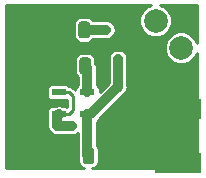
<source format=gbl>
G04 #@! TF.GenerationSoftware,KiCad,Pcbnew,5.0.2-bee76a0~70~ubuntu18.04.1*
G04 #@! TF.CreationDate,2019-03-08T02:12:37-05:00*
G04 #@! TF.ProjectId,LO1,4c4f312e-6b69-4636-9164-5f7063625858,rev?*
G04 #@! TF.SameCoordinates,Original*
G04 #@! TF.FileFunction,Copper,L2,Bot*
G04 #@! TF.FilePolarity,Positive*
%FSLAX46Y46*%
G04 Gerber Fmt 4.6, Leading zero omitted, Abs format (unit mm)*
G04 Created by KiCad (PCBNEW 5.0.2-bee76a0~70~ubuntu18.04.1) date Fri 08 Mar 2019 02:12:37 AM EST*
%MOMM*%
%LPD*%
G01*
G04 APERTURE LIST*
G04 #@! TA.AperFunction,Conductor*
%ADD10C,0.100000*%
G04 #@! TD*
G04 #@! TA.AperFunction,SMDPad,CuDef*
%ADD11C,0.975000*%
G04 #@! TD*
G04 #@! TA.AperFunction,ComponentPad*
%ADD12C,1.998980*%
G04 #@! TD*
G04 #@! TA.AperFunction,SMDPad,CuDef*
%ADD13R,4.000000X1.800000*%
G04 #@! TD*
G04 #@! TA.AperFunction,SMDPad,CuDef*
%ADD14R,1.270000X0.558800*%
G04 #@! TD*
G04 #@! TA.AperFunction,ViaPad*
%ADD15C,0.685800*%
G04 #@! TD*
G04 #@! TA.AperFunction,Conductor*
%ADD16C,0.254000*%
G04 #@! TD*
G04 #@! TA.AperFunction,Conductor*
%ADD17C,0.812800*%
G04 #@! TD*
G04 APERTURE END LIST*
D10*
G04 #@! TO.N,VDD*
G04 #@! TO.C,C1*
G36*
X135825142Y-64833174D02*
X135848803Y-64836684D01*
X135872007Y-64842496D01*
X135894529Y-64850554D01*
X135916153Y-64860782D01*
X135936670Y-64873079D01*
X135955883Y-64887329D01*
X135973607Y-64903393D01*
X135989671Y-64921117D01*
X136003921Y-64940330D01*
X136016218Y-64960847D01*
X136026446Y-64982471D01*
X136034504Y-65004993D01*
X136040316Y-65028197D01*
X136043826Y-65051858D01*
X136045000Y-65075750D01*
X136045000Y-65988250D01*
X136043826Y-66012142D01*
X136040316Y-66035803D01*
X136034504Y-66059007D01*
X136026446Y-66081529D01*
X136016218Y-66103153D01*
X136003921Y-66123670D01*
X135989671Y-66142883D01*
X135973607Y-66160607D01*
X135955883Y-66176671D01*
X135936670Y-66190921D01*
X135916153Y-66203218D01*
X135894529Y-66213446D01*
X135872007Y-66221504D01*
X135848803Y-66227316D01*
X135825142Y-66230826D01*
X135801250Y-66232000D01*
X135313750Y-66232000D01*
X135289858Y-66230826D01*
X135266197Y-66227316D01*
X135242993Y-66221504D01*
X135220471Y-66213446D01*
X135198847Y-66203218D01*
X135178330Y-66190921D01*
X135159117Y-66176671D01*
X135141393Y-66160607D01*
X135125329Y-66142883D01*
X135111079Y-66123670D01*
X135098782Y-66103153D01*
X135088554Y-66081529D01*
X135080496Y-66059007D01*
X135074684Y-66035803D01*
X135071174Y-66012142D01*
X135070000Y-65988250D01*
X135070000Y-65075750D01*
X135071174Y-65051858D01*
X135074684Y-65028197D01*
X135080496Y-65004993D01*
X135088554Y-64982471D01*
X135098782Y-64960847D01*
X135111079Y-64940330D01*
X135125329Y-64921117D01*
X135141393Y-64903393D01*
X135159117Y-64887329D01*
X135178330Y-64873079D01*
X135198847Y-64860782D01*
X135220471Y-64850554D01*
X135242993Y-64842496D01*
X135266197Y-64836684D01*
X135289858Y-64833174D01*
X135313750Y-64832000D01*
X135801250Y-64832000D01*
X135825142Y-64833174D01*
X135825142Y-64833174D01*
G37*
D11*
G04 #@! TD*
G04 #@! TO.P,C1,1*
G04 #@! TO.N,VDD*
X135557500Y-65532000D03*
D10*
G04 #@! TO.N,GND*
G04 #@! TO.C,C1*
G36*
X133950142Y-64833174D02*
X133973803Y-64836684D01*
X133997007Y-64842496D01*
X134019529Y-64850554D01*
X134041153Y-64860782D01*
X134061670Y-64873079D01*
X134080883Y-64887329D01*
X134098607Y-64903393D01*
X134114671Y-64921117D01*
X134128921Y-64940330D01*
X134141218Y-64960847D01*
X134151446Y-64982471D01*
X134159504Y-65004993D01*
X134165316Y-65028197D01*
X134168826Y-65051858D01*
X134170000Y-65075750D01*
X134170000Y-65988250D01*
X134168826Y-66012142D01*
X134165316Y-66035803D01*
X134159504Y-66059007D01*
X134151446Y-66081529D01*
X134141218Y-66103153D01*
X134128921Y-66123670D01*
X134114671Y-66142883D01*
X134098607Y-66160607D01*
X134080883Y-66176671D01*
X134061670Y-66190921D01*
X134041153Y-66203218D01*
X134019529Y-66213446D01*
X133997007Y-66221504D01*
X133973803Y-66227316D01*
X133950142Y-66230826D01*
X133926250Y-66232000D01*
X133438750Y-66232000D01*
X133414858Y-66230826D01*
X133391197Y-66227316D01*
X133367993Y-66221504D01*
X133345471Y-66213446D01*
X133323847Y-66203218D01*
X133303330Y-66190921D01*
X133284117Y-66176671D01*
X133266393Y-66160607D01*
X133250329Y-66142883D01*
X133236079Y-66123670D01*
X133223782Y-66103153D01*
X133213554Y-66081529D01*
X133205496Y-66059007D01*
X133199684Y-66035803D01*
X133196174Y-66012142D01*
X133195000Y-65988250D01*
X133195000Y-65075750D01*
X133196174Y-65051858D01*
X133199684Y-65028197D01*
X133205496Y-65004993D01*
X133213554Y-64982471D01*
X133223782Y-64960847D01*
X133236079Y-64940330D01*
X133250329Y-64921117D01*
X133266393Y-64903393D01*
X133284117Y-64887329D01*
X133303330Y-64873079D01*
X133323847Y-64860782D01*
X133345471Y-64850554D01*
X133367993Y-64842496D01*
X133391197Y-64836684D01*
X133414858Y-64833174D01*
X133438750Y-64832000D01*
X133926250Y-64832000D01*
X133950142Y-64833174D01*
X133950142Y-64833174D01*
G37*
D11*
G04 #@! TD*
G04 #@! TO.P,C1,2*
G04 #@! TO.N,GND*
X133682500Y-65532000D03*
D10*
G04 #@! TO.N,GND*
G04 #@! TO.C,C2*
G36*
X134028642Y-67881174D02*
X134052303Y-67884684D01*
X134075507Y-67890496D01*
X134098029Y-67898554D01*
X134119653Y-67908782D01*
X134140170Y-67921079D01*
X134159383Y-67935329D01*
X134177107Y-67951393D01*
X134193171Y-67969117D01*
X134207421Y-67988330D01*
X134219718Y-68008847D01*
X134229946Y-68030471D01*
X134238004Y-68052993D01*
X134243816Y-68076197D01*
X134247326Y-68099858D01*
X134248500Y-68123750D01*
X134248500Y-69036250D01*
X134247326Y-69060142D01*
X134243816Y-69083803D01*
X134238004Y-69107007D01*
X134229946Y-69129529D01*
X134219718Y-69151153D01*
X134207421Y-69171670D01*
X134193171Y-69190883D01*
X134177107Y-69208607D01*
X134159383Y-69224671D01*
X134140170Y-69238921D01*
X134119653Y-69251218D01*
X134098029Y-69261446D01*
X134075507Y-69269504D01*
X134052303Y-69275316D01*
X134028642Y-69278826D01*
X134004750Y-69280000D01*
X133517250Y-69280000D01*
X133493358Y-69278826D01*
X133469697Y-69275316D01*
X133446493Y-69269504D01*
X133423971Y-69261446D01*
X133402347Y-69251218D01*
X133381830Y-69238921D01*
X133362617Y-69224671D01*
X133344893Y-69208607D01*
X133328829Y-69190883D01*
X133314579Y-69171670D01*
X133302282Y-69151153D01*
X133292054Y-69129529D01*
X133283996Y-69107007D01*
X133278184Y-69083803D01*
X133274674Y-69060142D01*
X133273500Y-69036250D01*
X133273500Y-68123750D01*
X133274674Y-68099858D01*
X133278184Y-68076197D01*
X133283996Y-68052993D01*
X133292054Y-68030471D01*
X133302282Y-68008847D01*
X133314579Y-67988330D01*
X133328829Y-67969117D01*
X133344893Y-67951393D01*
X133362617Y-67935329D01*
X133381830Y-67921079D01*
X133402347Y-67908782D01*
X133423971Y-67898554D01*
X133446493Y-67890496D01*
X133469697Y-67884684D01*
X133493358Y-67881174D01*
X133517250Y-67880000D01*
X134004750Y-67880000D01*
X134028642Y-67881174D01*
X134028642Y-67881174D01*
G37*
D11*
G04 #@! TD*
G04 #@! TO.P,C2,1*
G04 #@! TO.N,GND*
X133761000Y-68580000D03*
D10*
G04 #@! TO.N,Net-(C2-Pad2)*
G04 #@! TO.C,C2*
G36*
X135903642Y-67881174D02*
X135927303Y-67884684D01*
X135950507Y-67890496D01*
X135973029Y-67898554D01*
X135994653Y-67908782D01*
X136015170Y-67921079D01*
X136034383Y-67935329D01*
X136052107Y-67951393D01*
X136068171Y-67969117D01*
X136082421Y-67988330D01*
X136094718Y-68008847D01*
X136104946Y-68030471D01*
X136113004Y-68052993D01*
X136118816Y-68076197D01*
X136122326Y-68099858D01*
X136123500Y-68123750D01*
X136123500Y-69036250D01*
X136122326Y-69060142D01*
X136118816Y-69083803D01*
X136113004Y-69107007D01*
X136104946Y-69129529D01*
X136094718Y-69151153D01*
X136082421Y-69171670D01*
X136068171Y-69190883D01*
X136052107Y-69208607D01*
X136034383Y-69224671D01*
X136015170Y-69238921D01*
X135994653Y-69251218D01*
X135973029Y-69261446D01*
X135950507Y-69269504D01*
X135927303Y-69275316D01*
X135903642Y-69278826D01*
X135879750Y-69280000D01*
X135392250Y-69280000D01*
X135368358Y-69278826D01*
X135344697Y-69275316D01*
X135321493Y-69269504D01*
X135298971Y-69261446D01*
X135277347Y-69251218D01*
X135256830Y-69238921D01*
X135237617Y-69224671D01*
X135219893Y-69208607D01*
X135203829Y-69190883D01*
X135189579Y-69171670D01*
X135177282Y-69151153D01*
X135167054Y-69129529D01*
X135158996Y-69107007D01*
X135153184Y-69083803D01*
X135149674Y-69060142D01*
X135148500Y-69036250D01*
X135148500Y-68123750D01*
X135149674Y-68099858D01*
X135153184Y-68076197D01*
X135158996Y-68052993D01*
X135167054Y-68030471D01*
X135177282Y-68008847D01*
X135189579Y-67988330D01*
X135203829Y-67969117D01*
X135219893Y-67951393D01*
X135237617Y-67935329D01*
X135256830Y-67921079D01*
X135277347Y-67908782D01*
X135298971Y-67898554D01*
X135321493Y-67890496D01*
X135344697Y-67884684D01*
X135368358Y-67881174D01*
X135392250Y-67880000D01*
X135879750Y-67880000D01*
X135903642Y-67881174D01*
X135903642Y-67881174D01*
G37*
D11*
G04 #@! TD*
G04 #@! TO.P,C2,2*
G04 #@! TO.N,Net-(C2-Pad2)*
X135636000Y-68580000D03*
D10*
G04 #@! TO.N,+3V3*
G04 #@! TO.C,C3*
G36*
X136187642Y-75501174D02*
X136211303Y-75504684D01*
X136234507Y-75510496D01*
X136257029Y-75518554D01*
X136278653Y-75528782D01*
X136299170Y-75541079D01*
X136318383Y-75555329D01*
X136336107Y-75571393D01*
X136352171Y-75589117D01*
X136366421Y-75608330D01*
X136378718Y-75628847D01*
X136388946Y-75650471D01*
X136397004Y-75672993D01*
X136402816Y-75696197D01*
X136406326Y-75719858D01*
X136407500Y-75743750D01*
X136407500Y-76656250D01*
X136406326Y-76680142D01*
X136402816Y-76703803D01*
X136397004Y-76727007D01*
X136388946Y-76749529D01*
X136378718Y-76771153D01*
X136366421Y-76791670D01*
X136352171Y-76810883D01*
X136336107Y-76828607D01*
X136318383Y-76844671D01*
X136299170Y-76858921D01*
X136278653Y-76871218D01*
X136257029Y-76881446D01*
X136234507Y-76889504D01*
X136211303Y-76895316D01*
X136187642Y-76898826D01*
X136163750Y-76900000D01*
X135676250Y-76900000D01*
X135652358Y-76898826D01*
X135628697Y-76895316D01*
X135605493Y-76889504D01*
X135582971Y-76881446D01*
X135561347Y-76871218D01*
X135540830Y-76858921D01*
X135521617Y-76844671D01*
X135503893Y-76828607D01*
X135487829Y-76810883D01*
X135473579Y-76791670D01*
X135461282Y-76771153D01*
X135451054Y-76749529D01*
X135442996Y-76727007D01*
X135437184Y-76703803D01*
X135433674Y-76680142D01*
X135432500Y-76656250D01*
X135432500Y-75743750D01*
X135433674Y-75719858D01*
X135437184Y-75696197D01*
X135442996Y-75672993D01*
X135451054Y-75650471D01*
X135461282Y-75628847D01*
X135473579Y-75608330D01*
X135487829Y-75589117D01*
X135503893Y-75571393D01*
X135521617Y-75555329D01*
X135540830Y-75541079D01*
X135561347Y-75528782D01*
X135582971Y-75518554D01*
X135605493Y-75510496D01*
X135628697Y-75504684D01*
X135652358Y-75501174D01*
X135676250Y-75500000D01*
X136163750Y-75500000D01*
X136187642Y-75501174D01*
X136187642Y-75501174D01*
G37*
D11*
G04 #@! TD*
G04 #@! TO.P,C3,2*
G04 #@! TO.N,+3V3*
X135920000Y-76200000D03*
D10*
G04 #@! TO.N,GND*
G04 #@! TO.C,C3*
G36*
X138062642Y-75501174D02*
X138086303Y-75504684D01*
X138109507Y-75510496D01*
X138132029Y-75518554D01*
X138153653Y-75528782D01*
X138174170Y-75541079D01*
X138193383Y-75555329D01*
X138211107Y-75571393D01*
X138227171Y-75589117D01*
X138241421Y-75608330D01*
X138253718Y-75628847D01*
X138263946Y-75650471D01*
X138272004Y-75672993D01*
X138277816Y-75696197D01*
X138281326Y-75719858D01*
X138282500Y-75743750D01*
X138282500Y-76656250D01*
X138281326Y-76680142D01*
X138277816Y-76703803D01*
X138272004Y-76727007D01*
X138263946Y-76749529D01*
X138253718Y-76771153D01*
X138241421Y-76791670D01*
X138227171Y-76810883D01*
X138211107Y-76828607D01*
X138193383Y-76844671D01*
X138174170Y-76858921D01*
X138153653Y-76871218D01*
X138132029Y-76881446D01*
X138109507Y-76889504D01*
X138086303Y-76895316D01*
X138062642Y-76898826D01*
X138038750Y-76900000D01*
X137551250Y-76900000D01*
X137527358Y-76898826D01*
X137503697Y-76895316D01*
X137480493Y-76889504D01*
X137457971Y-76881446D01*
X137436347Y-76871218D01*
X137415830Y-76858921D01*
X137396617Y-76844671D01*
X137378893Y-76828607D01*
X137362829Y-76810883D01*
X137348579Y-76791670D01*
X137336282Y-76771153D01*
X137326054Y-76749529D01*
X137317996Y-76727007D01*
X137312184Y-76703803D01*
X137308674Y-76680142D01*
X137307500Y-76656250D01*
X137307500Y-75743750D01*
X137308674Y-75719858D01*
X137312184Y-75696197D01*
X137317996Y-75672993D01*
X137326054Y-75650471D01*
X137336282Y-75628847D01*
X137348579Y-75608330D01*
X137362829Y-75589117D01*
X137378893Y-75571393D01*
X137396617Y-75555329D01*
X137415830Y-75541079D01*
X137436347Y-75528782D01*
X137457971Y-75518554D01*
X137480493Y-75510496D01*
X137503697Y-75504684D01*
X137527358Y-75501174D01*
X137551250Y-75500000D01*
X138038750Y-75500000D01*
X138062642Y-75501174D01*
X138062642Y-75501174D01*
G37*
D11*
G04 #@! TD*
G04 #@! TO.P,C3,1*
G04 #@! TO.N,GND*
X137795000Y-76200000D03*
D12*
G04 #@! TO.P,VCtrl,1*
G04 #@! TO.N,Net-(J1-Pad1)*
X141605000Y-64770000D03*
G04 #@! TD*
D13*
G04 #@! TO.P,RF-OUT,2*
G04 #@! TO.N,GND*
X143510000Y-76824000D03*
X143510000Y-72224000D03*
G04 #@! TD*
D12*
G04 #@! TO.P,GND,1*
G04 #@! TO.N,GND*
X142748000Y-69850000D03*
G04 #@! TD*
G04 #@! TO.P,VDD,1*
G04 #@! TO.N,VDD*
X143764000Y-67056000D03*
G04 #@! TD*
D14*
G04 #@! TO.P,U1,1*
G04 #@! TO.N,VDD*
X133400800Y-72694800D03*
G04 #@! TO.P,U1,2*
G04 #@! TO.N,GND*
X133400800Y-71755000D03*
G04 #@! TO.P,U1,3*
G04 #@! TO.N,VDD*
X133400800Y-70815200D03*
G04 #@! TO.P,U1,4*
G04 #@! TO.N,Net-(C2-Pad2)*
X135839200Y-70815200D03*
G04 #@! TO.P,U1,5*
G04 #@! TO.N,+3V3*
X135839200Y-72694800D03*
G04 #@! TD*
D15*
G04 #@! TO.N,GND*
X144526000Y-71882000D03*
X144780000Y-76200000D03*
X129540000Y-73025000D03*
X144272000Y-72898000D03*
X143256000Y-72898000D03*
X142240000Y-72898000D03*
X143764000Y-76200000D03*
X142748000Y-76200000D03*
X141732000Y-76200000D03*
G04 #@! TO.N,VDD*
X137414000Y-65532000D03*
X136398000Y-65532000D03*
X135557500Y-65532000D03*
X133223000Y-73660000D03*
X134493000Y-73660000D03*
G04 #@! TO.N,GND*
X137922000Y-74422000D03*
X138684000Y-75184000D03*
X139446000Y-75946000D03*
X140462000Y-75946000D03*
X140970000Y-73152000D03*
X140462000Y-72136000D03*
X139446000Y-71628000D03*
X138430000Y-76835000D03*
X133985000Y-76835000D03*
X132715000Y-76835000D03*
X131445000Y-76835000D03*
X130175000Y-76835000D03*
X129540000Y-75565000D03*
X129540000Y-74295000D03*
X129540000Y-71755000D03*
X129540000Y-70485000D03*
X129540000Y-65405000D03*
X129540000Y-64135000D03*
X133350000Y-68580000D03*
X133350000Y-67310000D03*
X133350000Y-66040000D03*
X132715000Y-65405000D03*
G04 #@! TO.N,+3V3*
X138430000Y-70358000D03*
X138430000Y-69342000D03*
X138430000Y-68020000D03*
G04 #@! TD*
D16*
G04 #@! TO.N,VDD*
X134289800Y-70815200D02*
X134620000Y-71145400D01*
X133400800Y-70815200D02*
X134289800Y-70815200D01*
X134289800Y-72694800D02*
X133400800Y-72694800D01*
X134620000Y-72364600D02*
X134289800Y-72694800D01*
X134620000Y-71145400D02*
X134620000Y-72364600D01*
D17*
X135557500Y-65532000D02*
X135557500Y-65532000D01*
X136398000Y-65532000D02*
X137414000Y-65532000D01*
X135557500Y-65532000D02*
X136398000Y-65532000D01*
X133223000Y-72872600D02*
X133400800Y-72694800D01*
X133223000Y-73660000D02*
X133223000Y-72872600D01*
X134493000Y-73660000D02*
X133223000Y-73660000D01*
G04 #@! TO.N,Net-(C2-Pad2)*
X135839200Y-68783200D02*
X135636000Y-68580000D01*
X135839200Y-70815200D02*
X135839200Y-68783200D01*
G04 #@! TO.N,+3V3*
X135839200Y-72694800D02*
X136093200Y-72694800D01*
X136093200Y-72694800D02*
X138430000Y-70358000D01*
X138430000Y-70358000D02*
X138430000Y-68020000D01*
X135839200Y-76119200D02*
X135920000Y-76200000D01*
X135839200Y-72694800D02*
X135839200Y-76119200D01*
G04 #@! TD*
D16*
G04 #@! TO.N,GND*
G36*
X140823015Y-63599677D02*
X140434677Y-63988015D01*
X140224510Y-64495404D01*
X140224510Y-65044596D01*
X140434677Y-65551985D01*
X140823015Y-65940323D01*
X141330404Y-66150490D01*
X141879596Y-66150490D01*
X142386985Y-65940323D01*
X142775323Y-65551985D01*
X142985490Y-65044596D01*
X142985490Y-64495404D01*
X142775323Y-63988015D01*
X142386985Y-63599677D01*
X142020804Y-63448000D01*
X145086001Y-63448000D01*
X145086001Y-66640198D01*
X144934323Y-66274015D01*
X144545985Y-65885677D01*
X144038596Y-65675510D01*
X143489404Y-65675510D01*
X142982015Y-65885677D01*
X142593677Y-66274015D01*
X142383510Y-66781404D01*
X142383510Y-67330596D01*
X142593677Y-67837985D01*
X142982015Y-68226323D01*
X143489404Y-68436490D01*
X144038596Y-68436490D01*
X144545985Y-68226323D01*
X144934323Y-67837985D01*
X145086001Y-67471802D01*
X145086000Y-77268000D01*
X136266630Y-77268000D01*
X136405688Y-77240340D01*
X136610793Y-77103293D01*
X136747840Y-76898188D01*
X136795964Y-76656250D01*
X136795964Y-75743750D01*
X136747840Y-75501812D01*
X136626600Y-75320364D01*
X136626600Y-73330594D01*
X136748886Y-73248886D01*
X136833094Y-73122859D01*
X136846602Y-73054949D01*
X138931938Y-70969614D01*
X138997684Y-70925684D01*
X139171715Y-70665228D01*
X139217400Y-70435552D01*
X139217400Y-70435551D01*
X139232826Y-70358001D01*
X139217400Y-70280450D01*
X139217400Y-67942448D01*
X139171715Y-67712772D01*
X138997684Y-67452316D01*
X138737228Y-67278285D01*
X138430000Y-67217174D01*
X138122773Y-67278285D01*
X137862317Y-67452316D01*
X137688286Y-67712772D01*
X137642601Y-67942448D01*
X137642600Y-70031848D01*
X136862664Y-70811784D01*
X136862664Y-70535800D01*
X136833094Y-70387141D01*
X136748886Y-70261114D01*
X136626600Y-70179406D01*
X136626600Y-68860750D01*
X136642026Y-68783199D01*
X136612287Y-68633693D01*
X136580915Y-68475972D01*
X136511964Y-68372779D01*
X136511964Y-68123750D01*
X136463840Y-67881812D01*
X136326793Y-67676707D01*
X136121688Y-67539660D01*
X135879750Y-67491536D01*
X135392250Y-67491536D01*
X135150312Y-67539660D01*
X134945207Y-67676707D01*
X134808160Y-67881812D01*
X134760036Y-68123750D01*
X134760036Y-69036250D01*
X134808160Y-69278188D01*
X134945207Y-69483293D01*
X135051801Y-69554517D01*
X135051800Y-70179405D01*
X134929514Y-70261114D01*
X134845306Y-70387141D01*
X134815736Y-70535800D01*
X134815736Y-70622716D01*
X134684388Y-70491368D01*
X134656047Y-70448953D01*
X134488012Y-70336675D01*
X134341501Y-70307532D01*
X134310486Y-70261114D01*
X134184459Y-70176906D01*
X134035800Y-70147336D01*
X132765800Y-70147336D01*
X132617141Y-70176906D01*
X132491114Y-70261114D01*
X132406906Y-70387141D01*
X132377336Y-70535800D01*
X132377336Y-71094600D01*
X132406906Y-71243259D01*
X132491114Y-71369286D01*
X132617141Y-71453494D01*
X132765800Y-71483064D01*
X134035800Y-71483064D01*
X134112000Y-71467907D01*
X134112001Y-72042093D01*
X134035800Y-72026936D01*
X133818552Y-72026936D01*
X133708028Y-71953086D01*
X133400799Y-71891974D01*
X133093572Y-71953086D01*
X132983048Y-72026936D01*
X132765800Y-72026936D01*
X132617141Y-72056506D01*
X132491114Y-72140714D01*
X132406906Y-72266741D01*
X132377336Y-72415400D01*
X132377336Y-72974200D01*
X132406906Y-73122859D01*
X132435600Y-73165803D01*
X132435600Y-73582448D01*
X132420174Y-73660000D01*
X132481285Y-73967228D01*
X132655316Y-74227684D01*
X132915772Y-74401715D01*
X133223000Y-74462826D01*
X133300552Y-74447400D01*
X134570552Y-74447400D01*
X134800228Y-74401715D01*
X135051800Y-74233620D01*
X135051801Y-75704713D01*
X135044036Y-75743750D01*
X135044036Y-76080681D01*
X135036374Y-76119200D01*
X135044036Y-76157719D01*
X135044036Y-76656250D01*
X135092160Y-76898188D01*
X135229207Y-77103293D01*
X135434312Y-77240340D01*
X135573370Y-77268000D01*
X128980000Y-77268000D01*
X128980000Y-65075750D01*
X134681536Y-65075750D01*
X134681536Y-65988250D01*
X134729660Y-66230188D01*
X134866707Y-66435293D01*
X135071812Y-66572340D01*
X135313750Y-66620464D01*
X135801250Y-66620464D01*
X136043188Y-66572340D01*
X136248293Y-66435293D01*
X136325730Y-66319400D01*
X137491552Y-66319400D01*
X137721228Y-66273715D01*
X137981684Y-66099684D01*
X138155715Y-65839228D01*
X138216826Y-65532000D01*
X138155715Y-65224772D01*
X137981684Y-64964316D01*
X137721228Y-64790285D01*
X137491552Y-64744600D01*
X136325730Y-64744600D01*
X136248293Y-64628707D01*
X136043188Y-64491660D01*
X135801250Y-64443536D01*
X135313750Y-64443536D01*
X135071812Y-64491660D01*
X134866707Y-64628707D01*
X134729660Y-64833812D01*
X134681536Y-65075750D01*
X128980000Y-65075750D01*
X128980000Y-63448000D01*
X141189196Y-63448000D01*
X140823015Y-63599677D01*
X140823015Y-63599677D01*
G37*
X140823015Y-63599677D02*
X140434677Y-63988015D01*
X140224510Y-64495404D01*
X140224510Y-65044596D01*
X140434677Y-65551985D01*
X140823015Y-65940323D01*
X141330404Y-66150490D01*
X141879596Y-66150490D01*
X142386985Y-65940323D01*
X142775323Y-65551985D01*
X142985490Y-65044596D01*
X142985490Y-64495404D01*
X142775323Y-63988015D01*
X142386985Y-63599677D01*
X142020804Y-63448000D01*
X145086001Y-63448000D01*
X145086001Y-66640198D01*
X144934323Y-66274015D01*
X144545985Y-65885677D01*
X144038596Y-65675510D01*
X143489404Y-65675510D01*
X142982015Y-65885677D01*
X142593677Y-66274015D01*
X142383510Y-66781404D01*
X142383510Y-67330596D01*
X142593677Y-67837985D01*
X142982015Y-68226323D01*
X143489404Y-68436490D01*
X144038596Y-68436490D01*
X144545985Y-68226323D01*
X144934323Y-67837985D01*
X145086001Y-67471802D01*
X145086000Y-77268000D01*
X136266630Y-77268000D01*
X136405688Y-77240340D01*
X136610793Y-77103293D01*
X136747840Y-76898188D01*
X136795964Y-76656250D01*
X136795964Y-75743750D01*
X136747840Y-75501812D01*
X136626600Y-75320364D01*
X136626600Y-73330594D01*
X136748886Y-73248886D01*
X136833094Y-73122859D01*
X136846602Y-73054949D01*
X138931938Y-70969614D01*
X138997684Y-70925684D01*
X139171715Y-70665228D01*
X139217400Y-70435552D01*
X139217400Y-70435551D01*
X139232826Y-70358001D01*
X139217400Y-70280450D01*
X139217400Y-67942448D01*
X139171715Y-67712772D01*
X138997684Y-67452316D01*
X138737228Y-67278285D01*
X138430000Y-67217174D01*
X138122773Y-67278285D01*
X137862317Y-67452316D01*
X137688286Y-67712772D01*
X137642601Y-67942448D01*
X137642600Y-70031848D01*
X136862664Y-70811784D01*
X136862664Y-70535800D01*
X136833094Y-70387141D01*
X136748886Y-70261114D01*
X136626600Y-70179406D01*
X136626600Y-68860750D01*
X136642026Y-68783199D01*
X136612287Y-68633693D01*
X136580915Y-68475972D01*
X136511964Y-68372779D01*
X136511964Y-68123750D01*
X136463840Y-67881812D01*
X136326793Y-67676707D01*
X136121688Y-67539660D01*
X135879750Y-67491536D01*
X135392250Y-67491536D01*
X135150312Y-67539660D01*
X134945207Y-67676707D01*
X134808160Y-67881812D01*
X134760036Y-68123750D01*
X134760036Y-69036250D01*
X134808160Y-69278188D01*
X134945207Y-69483293D01*
X135051801Y-69554517D01*
X135051800Y-70179405D01*
X134929514Y-70261114D01*
X134845306Y-70387141D01*
X134815736Y-70535800D01*
X134815736Y-70622716D01*
X134684388Y-70491368D01*
X134656047Y-70448953D01*
X134488012Y-70336675D01*
X134341501Y-70307532D01*
X134310486Y-70261114D01*
X134184459Y-70176906D01*
X134035800Y-70147336D01*
X132765800Y-70147336D01*
X132617141Y-70176906D01*
X132491114Y-70261114D01*
X132406906Y-70387141D01*
X132377336Y-70535800D01*
X132377336Y-71094600D01*
X132406906Y-71243259D01*
X132491114Y-71369286D01*
X132617141Y-71453494D01*
X132765800Y-71483064D01*
X134035800Y-71483064D01*
X134112000Y-71467907D01*
X134112001Y-72042093D01*
X134035800Y-72026936D01*
X133818552Y-72026936D01*
X133708028Y-71953086D01*
X133400799Y-71891974D01*
X133093572Y-71953086D01*
X132983048Y-72026936D01*
X132765800Y-72026936D01*
X132617141Y-72056506D01*
X132491114Y-72140714D01*
X132406906Y-72266741D01*
X132377336Y-72415400D01*
X132377336Y-72974200D01*
X132406906Y-73122859D01*
X132435600Y-73165803D01*
X132435600Y-73582448D01*
X132420174Y-73660000D01*
X132481285Y-73967228D01*
X132655316Y-74227684D01*
X132915772Y-74401715D01*
X133223000Y-74462826D01*
X133300552Y-74447400D01*
X134570552Y-74447400D01*
X134800228Y-74401715D01*
X135051800Y-74233620D01*
X135051801Y-75704713D01*
X135044036Y-75743750D01*
X135044036Y-76080681D01*
X135036374Y-76119200D01*
X135044036Y-76157719D01*
X135044036Y-76656250D01*
X135092160Y-76898188D01*
X135229207Y-77103293D01*
X135434312Y-77240340D01*
X135573370Y-77268000D01*
X128980000Y-77268000D01*
X128980000Y-65075750D01*
X134681536Y-65075750D01*
X134681536Y-65988250D01*
X134729660Y-66230188D01*
X134866707Y-66435293D01*
X135071812Y-66572340D01*
X135313750Y-66620464D01*
X135801250Y-66620464D01*
X136043188Y-66572340D01*
X136248293Y-66435293D01*
X136325730Y-66319400D01*
X137491552Y-66319400D01*
X137721228Y-66273715D01*
X137981684Y-66099684D01*
X138155715Y-65839228D01*
X138216826Y-65532000D01*
X138155715Y-65224772D01*
X137981684Y-64964316D01*
X137721228Y-64790285D01*
X137491552Y-64744600D01*
X136325730Y-64744600D01*
X136248293Y-64628707D01*
X136043188Y-64491660D01*
X135801250Y-64443536D01*
X135313750Y-64443536D01*
X135071812Y-64491660D01*
X134866707Y-64628707D01*
X134729660Y-64833812D01*
X134681536Y-65075750D01*
X128980000Y-65075750D01*
X128980000Y-63448000D01*
X141189196Y-63448000D01*
X140823015Y-63599677D01*
G04 #@! TD*
M02*

</source>
